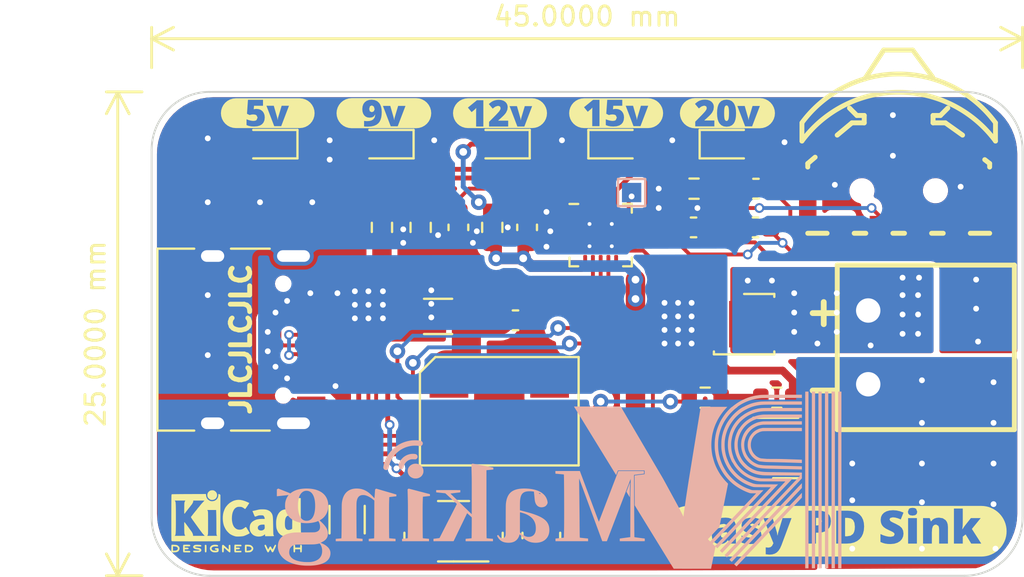
<source format=kicad_pcb>
(kicad_pcb (version 20221018) (generator pcbnew)
  (title_block (title "Easy PD Sink") (rev "v2.0"))
  (layers (0 "F.Cu" signal) (31 "B.Cu" signal) (34 "B.Paste" user) (35 "F.Paste" user) (36 "B.SilkS" user "B.Silkscreen") (37 "F.SilkS" user "F.Silkscreen") (38 "B.Mask" user) (39 "F.Mask" user) (44 "Edge.Cuts" user))
  (net 0 "")
  (net 1 "GND")
  (net 2 "+3V3")
  (net 3 "Net-(U2-VDD)")
  (net 4 "VBUS")
  (net 5 "/vbus_monitor")
  (net 6 "/CC1")
  (net 7 "/UP_D+")
  (net 8 "/UP_D-")
  (net 10 "/CC2")
  (net 12 "Net-(Q1-C)")
  (net 13 "Net-(Q1-B)")
  (net 14 "/led_5v")
  (net 15 "/led_9v")
  (net 16 "/led_12v")
  (net 17 "/led_15v")
  (net 18 "/led_20v")
  (net 19 "/vbus_out_control")
  (net 20 "Net-(U2-VBUS)")
  (net 21 "Net-(U1-PD1)")
  (net 25 "/CFG1")
  (net 26 "/CFG2")
  (net 27 "/CFG3")
  (net 29 "Net-(D1-A)")
  (net 30 "/button_left")
  (net 31 "/button_down")
  (net 32 "/button_right")
  (net 37 "Net-(C1-Pad1)")
  (net 38 "Net-(J2-Pin_2)")
  (footprint "LED_SMD:LED_0603_1608Metric" (layer "F.Cu") (at 148.8 53.7)
    (fp_text reference "D5" hide)
    (fp_text value "LED_Small" hide)
  )
  (footprint "Resistor_SMD:R_1206_3216Metric" (layer "F.Cu") (at 133.8 62.6)
    (fp_text reference "R3" hide)
    (fp_text value "1K" hide)
  )
  (footprint "Resistor_SMD:R_0603_1608Metric" (layer "F.Cu") (at 147.025 56 180)
    (fp_text reference "R2" hide)
    (fp_text value "1K")
  )
  (footprint "Capacitor_SMD:C_0603_1608Metric" (layer "F.Cu") (at 131.55 73.92 90)
    (fp_text reference "C8" hide)
    (fp_text value "0.1uF" hide)
  )
  (footprint "Package_DFN_QFN:QFN-20-1EP_3x3mm_P0.4mm_EP1.65x1.65mm_ThermalVias" (layer "F.Cu") (at 142.2 58.4)
    (fp_text reference "U1" hide)
    (fp_text value "CH32V003F4U6" hide)
  )
  (footprint "kibuzzard-6407FF53" (layer "F.Cu") (at 143 52.1)
    (fp_text reference "kibuzzard-6407FF53" hide)
    (fp_text value "G***" hide)
  )
  (footprint "Resistor_SMD:R_0603_1608Metric" (layer "F.Cu") (at 147.6 70.35)
    (fp_text reference "R4" hide)
    (fp_text value "10K" hide)
  )
  (footprint "Package_TO_SOT_SMD:SOT-23-3" (layer "F.Cu") (at 134.6 73.7 180)
    (fp_text reference "U3" hide)
    (fp_text value "ME6239A33M3G" hide)
  )
  (footprint "kibuzzard-6407FF73" (layer "F.Cu") (at 137 52.1)
    (fp_text reference "kibuzzard-6407FF73" hide)
    (fp_text value "G***" hide)
  )
  (footprint "Capacitor_SMD:C_0603_1608Metric" (layer "F.Cu") (at 137.65 73.92 90)
    (fp_text reference "C9" hide)
    (fp_text value "10uF" hide)
  )
  (footprint "Capacitor_SMD:C_0603_1608Metric" (layer "F.Cu") (at 150.2 58)
    (fp_text reference "C3" hide)
    (fp_text value "0.1uF")
  )
  (footprint "LED_SMD:LED_0603_1608Metric" (layer "F.Cu") (at 137.05 53.7 180)
    (fp_text reference "D3" hide)
    (fp_text value "LED_Small" hide)
  )
  (footprint "tyk_common:CONN-TH_2P-P3.81_WJ15EDGRC-3.81-2P" (layer "F.Cu") (at 156.025 64.2 90)
    (fp_text reference "J2" hide)
    (fp_text value "VBUS_OUT" hide)
  )
  (footprint "LED_SMD:LED_0603_1608Metric" (layer "F.Cu") (at 125.05 53.7 180)
    (fp_text reference "D1" hide)
    (fp_text value "LED_Small" hide)
  )
  (footprint "Capacitor_SMD:C_0603_1608Metric" (layer "F.Cu") (at 147 58 180)
    (fp_text reference "C4" hide)
    (fp_text value "0.1uF")
  )
  (footprint "Capacitor_SMD:C_0603_1608Metric" (layer "F.Cu") (at 134.85 58 -90)
    (fp_text reference "C7" hide)
    (fp_text value "0.1uF" hide)
  )
  (footprint "Capacitor_SMD:C_1206_3216Metric" (layer "F.Cu") (at 129.1 73.1 90)
    (fp_text reference "C6" hide)
    (fp_text value "10uF/20v" hide)
  )
  (footprint "Resistor_SMD:R_0603_1608Metric" (layer "F.Cu") (at 151.3 66.8)
    (fp_text reference "R7" hide)
    (fp_text value "100K" hide)
  )
  (footprint "kibuzzard-6407FFAF" (layer "F.Cu") (at 125 52.1)
    (fp_text reference "kibuzzard-6407FFAF" hide)
    (fp_text value "G***" hide)
  )
  (footprint "kibuzzard-6407FFB6" (layer "F.Cu") (at 131 52.1)
    (fp_text reference "kibuzzard-6407FFB6" hide)
    (fp_text value "G***" hide)
  )
  (footprint "Package_TO_SOT_SMD:SOT-23" (layer "F.Cu") (at 151.7625 69.4)
    (fp_text reference "Q1" hide)
    (fp_text value "NPN" hide)
  )
  (footprint "Connector_USB:USB_C_Receptacle_HRO_TYPE-C-31-M-12" (layer "F.Cu") (at 123.2 63.8 -90)
    (fp_text reference "J1" hide)
    (fp_text value "USB_C_Receptacle_USB2.0" hide)
  )
  (footprint "Package_DFN_QFN:DFN-8-1EP_3x3mm_P0.65mm_EP1.55x2.4mm" (layer "F.Cu") (at 149.6125 63)
    (fp_text reference "Q2" hide)
    (fp_text value "PMOS" hide)
  )
  (footprint "Resistor_SMD:R_0603_1608Metric" (layer "F.Cu") (at 130.9 58 -90)
    (fp_text reference "R8" hide)
    (fp_text value "510K" hide)
  )
  (footprint "kibuzzard-64093D5E" (layer "F.Cu") (at 154.3 73.7)
    (fp_text reference "kibuzzard-64093D5E" hide)
    (fp_text value "G***" hide)
  )
  (footprint "Resistor_SMD:R_0603_1608Metric" (layer "F.Cu") (at 136.6 58 90)
    (fp_text reference "R1" hide)
    (fp_text value "1K" hide)
  )
  (footprint "LED_SMD:LED_0603_1608Metric" (layer "F.Cu") (at 143.05 53.7)
    (fp_text reference "D4" hide)
    (fp_text value "LED_Small" hide)
  )
  (footprint "Capacitor_SMD:C_0603_1608Metric" (layer "F.Cu") (at 137.8 62.8)
    (fp_text reference "C5" hide)
    (fp_text value "1uF" hide)
  )
  (footprint "LOGO" (layer "F.Cu") (at 123.4 73.2)
    (fp_text reference "G***" hide)
    (fp_text value "LOGO" hide)
  )
  (footprint "Resistor_SMD:R_0603_1608Metric" (layer "F.Cu") (at 147.6 66.8)
    (fp_text reference "R6" hide)
    (fp_text value "10K" hide)
  )
  (footprint "kibuzzard-6407FF5B" (layer "F.Cu") (at 148.75 52.1)
    (fp_text reference "kibuzzard-6407FF5B" hide)
    (fp_text value "G***" hide)
  )
  (footprint "tyk_common:SW-SMD_TM-2023-1" (layer "F.Cu") (at 157.6 56.0255)
    (fp_text reference "SW1" hide)
    (fp_text value "拨轮开关")
  )
  (footprint "LED_SMD:LED_0603_1608Metric" (layer "F.Cu") (at 131.05 53.7 180)
    (fp_text reference "D2" hide)
    (fp_text value "LED_Small" hide)
  )
  (footprint "Capacitor_SMD:C_0603_1608Metric" (layer "F.Cu") (at 150.225 56)
    (fp_text reference "C1" hide)
    (fp_text value "0.1uF")
  )
  (footprint "Resistor_SMD:R_0603_1608Metric" (layer "F.Cu") (at 132.9 58 90)
    (fp_text reference "R9" hide)
    (fp_text value "100K" hide)
  )
  (footprint "Capacitor_SMD:C_0603_1608Metric" (layer "F.Cu") (at 139.6 73.92 90)
    (fp_text reference "C10" hide)
    (fp_text value "0.1uF" hide)
  )
  (footprint "Capacitor_SMD:C_0603_1608Metric" (layer "F.Cu") (at 138.4 58 -90)
    (fp_text reference "C2" hide)
    (fp_text value "0.1uF" hide)
  )
  (footprint "tyk_common:ESSOP-10" (layer "F.Cu") (at 137.0625 67.5)
    (fp_text reference "U2" hide)
    (fp_text value "CH224K" hide)
  )
  (footprint "Resistor_SMD:R_0603_1608Metric" (layer "F.Cu") (at 147.6 68.55)
    (fp_text reference "R5" hide)
    (fp_text value "100K" hide)
  )
  (footprint "LOGO" (layer "B.Cu") (at 140.1 71.6 180)
    (fp_text reference "G***" hide)
    (fp_text value "LOGO" hide)
  )
  (footprint "TestPoint:TestPoint_Pad_1.0x1.0mm" (layer "B.Cu") (at 143.8 56.2 180)
    (fp_text reference "TP1" hide)
    (fp_text value "TestPoint" hide)
  )
  (gr_line (start 164 54) (end 164 73) (stroke (width 0.1)) (layer "Edge.Cuts"))
  (gr_arc (start 161 51) (mid 163.12132 51.87868) (end 164 54) (stroke (width 0.1)) (layer "Edge.Cuts"))
  (gr_line (start 119 73) (end 119 54) (stroke (width 0.1)) (layer "Edge.Cuts"))
  (gr_arc (start 164 73) (mid 163.12132 75.12132) (end 161 76) (stroke (width 0.1)) (layer "Edge.Cuts"))
  (gr_arc (start 119 54) (mid 119.87868 51.87868) (end 122 51) (stroke (width 0.1)) (layer "Edge.Cuts"))
  (gr_line (start 122 51) (end 161 51) (stroke (width 0.1)) (layer "Edge.Cuts"))
  (gr_line (start 161 76) (end 122 76) (stroke (width 0.1)) (layer "Edge.Cuts"))
  (gr_arc (start 122 76) (mid 119.87868 75.12132) (end 119 73) (stroke (width 0.1)) (layer "Edge.Cuts"))
  (gr_text "JLCJLCJLC" (at 124.2 67.8 90) (layer "F.SilkS") (effects (font (size 1 1) (thickness 0.25) bold) (justify left bottom)))
  (gr_text "-\n" (at 152.6 67.2) (layer "F.SilkS") (effects (font (size 1.5 1.5) (thickness 0.3) bold) (justify left bottom)))
  (gr_text "+" (at 152.6 63.2) (layer "F.SilkS") (effects (font (size 1.5 1.5) (thickness 0.3) bold) (justify left bottom)))
  (dimension (type aligned) (layer "F.SilkS") (pts (xy 119 50.25) (xy 164 50.25)) (height -2) (gr_text "45.0000 mm" (at 141.5 47.1) (layer "F.SilkS") (effects (font (size 1 1) (thickness 0.15)))) (format (prefix "") (suffix "") (units 3) (units_format 1) (precision 4)) (style (thickness 0.15) (arrow_length 1.27) (text_position_mode 0) (extension_height 0.58642) (extension_offset 0.5) keep_text_aligned))
  (dimension (type aligned) (layer "F.SilkS") (pts (xy 119 76) (xy 119 51)) (height -1.75) (gr_text "25.0000 mm" (at 116.1 63.5 90) (layer "F.SilkS") (effects (font (size 1 1) (thickness 0.15)))) (format (prefix "") (suffix "") (units 3) (units_format 1) (precision 4)) (style (thickness 0.15) (arrow_length 1.27) (text_position_mode 0) (extension_height 0.58642) (extension_offset 0.5) keep_text_aligned))
  (segment (start 138.6 61.8) (end 137.6 60.8) (width 1) (layer "F.Cu") (net 1))
  (segment (start 134.85 58.775) (end 134.175 58.775) (width 1) (layer "F.Cu") (net 1))
  (segment (start 139.8 58.8) (end 140.75 58.8) (width 0.3) (layer "F.Cu") (net 1))
  (segment (start 138.4 57.225) (end 138.4 57.4) (width 0.25) (layer "F.Cu") (net 1))
  (segment (start 139.395 74.9) (end 139.6 74.695) (width 1) (layer "F.Cu") (net 1))
  (segment (start 127.245 67.3) (end 126.33 68.215) (width 1) (layer "F.Cu") (net 1))
  (segment (start 126.33 68.12) (end 126.33 73.63) (width 1) (layer "F.Cu") (net 1))
  (segment (start 135.8 60.8) (end 134.85 59.85) (width 1) (layer "F.Cu") (net 1))
  (segment (start 122.15 68.12) (end 126.33 68.12) (width 1) (layer "F.Cu") (net 1))
  (segment (start 150 69.4) (end 149.15 68.55) (width 0.4) (layer "F.Cu") (net 1))
  (segment (start 152.7 69.4) (end 150 69.4) (width 0.4) (layer "F.Cu") (net 1))
  (segment (start 132.95 58.775) (end 132.9 58.825) (width 1) (layer "F.Cu") (net 1))
  (segment (start 138.4 57.4) (end 139.2 58.2) (width 0.3) (layer "F.Cu") (net 1))
  (segment (start 133.425 58.775) (end 132.95 58.775) (width 1) (layer "F.Cu") (net 1))
  (segment (start 138.6 63.6) (end 138.6 61.8) (width 1) (layer "F.Cu") (net 1))
  (segment (start 141.45 58.8) (end 141.625 58.975) (width 0.3) (layer "F.Cu") (net 1))
  (segment (start 140.75 58.8) (end 141.45 58.8) (width 0.3) (layer "F.Cu") (net 1))
  (segment (start 127.6 74.9) (end 139.395 74.9) (width 1) (layer "F.Cu") (net 1))
  (segment (start 134.85 59.85) (end 134.85 58.775) (width 1) (layer "F.Cu") (net 1))
  (segment (start 122.15 59.48) (end 126.33 59.48) (width 1) (layer "F.Cu") (net 1))
  (segment (start 137.0625 67.5) (end 137.0625 65.1375) (width 1) (layer "F.Cu") (net 1))
  (segment (start 149.15 68.55) (end 148.425 68.55) (width 0.4) (layer "F.Cu") (net 1))
  (segment (start 139.48 74.575) (end 139.6 74.695) (width 0.25) (layer "F.Cu") (net 1))
  (segment (start 127.245 60.55) (end 127.245 60.395) (width 0.2) (layer "F.Cu") (net 1))
  (segment (start 127.245 60.395) (end 126.33 59.48) (width 1) (layer "F.Cu") (net 1))
  (segment (start 134.175 58.775) (end 133.8 58.4) (width 1) (layer "F.Cu") (net 1))
  (segment (start 137.6 60.8) (end 135.8 60.8) (width 1) (layer "F.Cu") (net 1))
  (segment (start 137.0625 65.1375) (end 138.6 63.6) (width 1) (layer "F.Cu") (net 1))
  (segment (start 133.8 58.4) (end 133.425 58.775) (width 1) (layer "F.Cu") (net 1))
  (segment (start 126.33 73.63) (end 127.6 74.9) (width 1) (layer "F.Cu") (net 1))
  (via (at 158.8 65.9) (size 0.5) (drill 0.3) (layers "F.Cu" "B.Cu") (net 1))
  (via (at 145.9 53.5) (size 0.5) (drill 0.3) (layers "F.Cu" "B.Cu") (net 1))
  (via (at 162.5 70.2) (size 0.5) (drill 0.3) (layers "F.Cu" "B.Cu") (net 1))
  (via (at 127.3 56.7) (size 0.5) (drill 0.3) (layers "F.Cu" "B.Cu") (net 1))
  (via (at 135.8 58.2) (size 0.5) (drill 0.3) (layers "F.Cu" "B.Cu") (net 1))
  (via (at 161.6 62.2) (size 0.5) (drill 0.3) (layers "F.Cu" "B.Cu") (net 1))
  (via (at 155.2 74.6) (size 0.5) (drill 0.3) (layers "F.Cu" "B.Cu") (net 1))
  (via (at 139.4 57.2) (size 0.5) (drill 0.3) (layers "F.Cu" "B.Cu") (net 1))
  (via (at 132 58.1) (size 0.5) (drill 0.3) (layers "F.Cu" "B.Cu") (net 1))
  (via (at 145.2 56) (size 0.5) (drill 0.3) (layers "F.Cu" "B.Cu") (net 1))
  (via (at 155.2 72.1) (size 0.5) (drill 0.3) (layers "F.Cu" "B.Cu") (net 1))
  (via (at 132 58.8) (size 0.5) (drill 0.3) (layers "F.Cu" "B.Cu") (net 1))
  (via (at 135.6 58.8) (size 0.5) (drill 0.3) (layers "F.Cu" "B.Cu") (net 1))
  (via (at 140.2 53.5) (size 0.5) (drill 0.3) (layers "F.Cu" "B.Cu") (net 1))
  (via (at 158.8 74.6) (size 0.5) (drill 0.3) (layers "F.Cu" "B.Cu") (net 1))
  (via (at 121.9 53.4) (size 0.5) (drill 0.3) (layers "F.Cu" "B.Cu") (net 1))
  (via (at 161.6 60.7) (size 0.5) (drill 0.3) (layers "F.Cu" "B.Cu") (net 1))
  (via (at 151.7 53.6) (size 0.5) (drill 0.3) (layers "F.Cu" "B.Cu") (net 1))
  (via (at 128.2 54.5) (size 0.5) (drill 0.3) (layers "F.Cu" "B.Cu") (net 1))
  (via (at 162.5 66) (size 0.5) (drill 0.3) (layers "F.Cu" "B.Cu") (net 1))
  (via (at 124.6 56.7) (size 0.5) (drill 0.3) (layers "F.Cu" "B.Cu") (net 1))
  (via (at 139.4 59) (size 0.5) (drill 0.3) (layers "F.Cu" "B.Cu") (net 1))
  (via (at 162.6 74.6) (size 0.5) (drill 0.3) (layers "F.Cu" "B.Cu") (net 1))
  (via (at 157.3 52.2) (size 0.5) (drill 0.3) (layers "F.Cu" "B.Cu") (net 1))
  (via (at 158.8 70.2) (size 0.5) (drill 0.3) (layers "F.Cu" "B.Cu") (net 1))
  (via (at 121.9 64.6) (size 0.5) (drill 0.3) (layers "F.Cu" "B.Cu") (net 1))
  (via (at 162.5 72.3) (size 0.5) (drill 0.3) (layers "F.Cu" "B.Cu") (net 1))
  (via (at 145.2 57) (size 0.5) (drill 0.3) (layers "F.Cu" "B.Cu") (net 1))
  (via (at 121.9 61.5) (size 0.5) (drill 0.3) (layers "F.Cu" "B.Cu") (net 1))
  (via (at 158.8 68.1) (size 0.5) (drill 0.3) (layers "F.Cu" "B.Cu") (net 1))
  (via (at 160.8 55.9) (size 0.5) (drill 0.3) (layers "F.Cu" "B.Cu") (net 1))
  (via (at 162.5 68.1) (size 0.5) (drill 0.3) (layers "F.Cu" "B.Cu") (net 1))
  (via (at 133.6 53.5) (size 0.5) (drill 0.3) (layers "F.Cu" "B.Cu") (net 1))
  (via (at 161.7 63.9) (size 0.5) (drill 0.3) (layers "F.Cu" "B.Cu") (net 1))
  (via (at 137.4 58) (size 0.5) (drill 0.3) (layers "F.Cu" "B.Cu") (net 1))
  (via (at 147.2 57) (size 0.5) (drill 0.3) (layers "F.Cu" "B.Cu") (net 1))
  (via (at 155.2 70.2) (size 0.5) (drill 0.3) (layers "F.Cu" "B.Cu") (net 1))
  (via (at 121.9 56.7) (size 0.5) (drill 0.3) (layers "F.Cu" "B.Cu") (net 1))
  (via (at 158.8 72.2) (size 0.5) (drill 0.3) (layers "F.Cu" "B.Cu") (net 1))
  (via (at 139.6 58.2) (size 0.5) (drill 0.3) (layers "F.Cu" "B.Cu") (net 1))
  (via (at 157.3 54.3) (size 0.5) (drill 0.3) (layers "F.Cu" "B.Cu") (net 1))
  (via (at 154.3 55.8) (size 0.5) (drill 0.3) (layers "F.Cu" "B.Cu") (net 1))
  (via (at 128.2 53.5) (size 0.5) (drill 0.3) (layers "F.Cu" "B.Cu") (net 1))
  (via (at 133.8 58.4) (size 0.5) (drill 0.3) (layers "F.Cu" "B.Cu") (net 1))
  (segment (start 139.6 73.145) (end 142.655 73.145) (width 1) (layer "F.Cu") (net 2))
  (segment (start 138.6 60) (end 141.2 60) (width 0.6) (layer "F.Cu") (net 2))
  (segment (start 138.2 59.6) (end 138.6 60) (width 0.6) (layer "F.Cu") (net 2))
  (segment (start 136.8 59.6) (end 136.8 59.025) (width 0.6) (layer "F.Cu") (net 2))
  (segment (start 136.8 59.025) (end 136.6 58.825) (width 0.6) (layer "F.Cu") (net 2))
  (segment (start 138.2 58.975) (end 138.4 58.775) (width 0.6) (layer "F.Cu") (net 2))
  (segment (start 135.7375 72.75) (end 136.1325 73.145) (width 1) (layer "F.Cu") (net 2))
  (segment (start 142.655 73.145) (end 144 71.8) (width 1) (layer "F.Cu") (net 2))
  (segment (start 138.2 59.6) (end 136.8 59.6) (width 0.6) (layer "F.Cu") (net 2))
  (segment (start 144 71.8) (end 144 60.7) (width 1) (layer "F.Cu") (net 2))
  (segment (start 138.2 59.6) (end 138.2 58.975) (width 0.6) (layer "F.Cu") (net 2))
  (segment (start 136.1325 73.145) (end 139.6 73.145) (width 1) (layer "F.Cu") (net 2))
  (via (at 138.2 59.6) (size 0.8) (drill 0.4) (layers "F.Cu" "B.Cu") (net 2))
  (via (at 144 60.7) (size 0.8) (drill 0.4) (layers "F.Cu" "B.Cu") (net 2))
  (via (at 136.8 59.6) (size 0.8) (drill 0.4) (layers "F.Cu" "B.Cu") (net 2))
  (via (at 144 61.7) (size 0.8) (drill 0.4) (layers "F.Cu" "B.Cu") (net 2))
  (segment (start 138.6 60) (end 143.6 60) (width 0.6) (layer "B.Cu") (net 2))
  (segment (start 136.8 59.6) (end 138.2 59.6) (width 0.6) (layer "B.Cu") (net 2))
  (segment (start 138.2 59.6) (end 138.6 60) (width 0.6) (layer "B.Cu") (net 2))
  (segment (start 144 60.7) (end 144 61.7) (width 0.6) (layer "B.Cu") (net 2))
  (segment (start 143.6 60) (end 144 60.4) (width 0.6) (layer "B.Cu") (net 2))
  (segment (start 144 60.4) (end 144 60.7) (width 0.6) (layer "B.Cu") (net 2))
  (segment (start 135 65.1) (end 135.2625 64.8375) (width 1.5) (layer "F.Cu") (net 3))
  (segment (start 134.2 65.1) (end 135 65.1) (width 1.5) (layer "F.Cu") (net 3))
  (segment (start 135.2625 64.8375) (end 135.2625 62.6) (width 1.5) (layer "F.Cu") (net 3))
  (segment (start 135.41875 62.8) (end 136.98125 62.8) (width 1.5) (layer "F.Cu") (net 3))
  (segment (start 132.3 61.9375) (end 132.2375 62) (width 0.2) (layer "F.Cu") (net 4))
  (segment (start 126.45 61.35) (end 125 62.8) (width 0.6) (layer "F.Cu") (net 4))
  (segment (start 146.2 64.575) (end 148.425 66.8) (width 0.4) (layer "F.Cu") (net 4))
  (segment (start 126.45 66.25) (end 127.245 66.25) (width 0.5) (layer "F.Cu") (net 4))
  (segment (start 128.9 72.4) (end 129.645 73.145) (width 0.8) (layer "F.Cu") (net 4))
  (segment (start 132.9075 73.145) (end 133.4625 73.7) (width 0.8) (layer "F.Cu") (net 4))
  (segment (start 148.425 66.8) (end 150.475 66.8) (width 0.4) (layer "F.Cu") (net 4))
  (segment (start 127.245 61.35) (end 126.45 61.35) (width 0.5) (layer "F.Cu") (net 4))
  (segment (start 129.645 73.145) (end 131.55 73.145) (width 0.8) (layer "F.Cu") (net 4))
  (segment (start 125 62.8) (end 125 64.8) (width 0.6) (layer "F.Cu") (net 4))
  (segment (start 127.245 66.25) (end 128.45 66.25) (width 0.65) (layer "F.Cu") (net 4))
  (segment (start 146.2 63.3) (end 146.2 64.575) (width 0.4) (layer "F.Cu") (net 4))
  (segment (start 130.9 58.825) (end 130.9 61.3) (width 1) (layer "F.Cu") (net 4))
  (segment (start 128.9 66.7) (end 128.9 72.4) (width 0.8) (layer "F.Cu") (net 4))
  (segment (start 125.4 65.2) (end 126.45 66.25) (width 0.5) (layer "F.Cu") (net 4))
  (segment (start 131.55 73.145) (end 132.9075 73.145) (width 0.8) (layer "F.Cu") (net 4))
  (segment (start 125 64.8) (end 126.07 65.87) (width 0.6) (layer "F.Cu") (net 4))
  (segment (start 128.45 66.25) (end 128.9 66.7) (width 0.8) (layer "F.Cu") (net 4))
  (via (at 146.9 63.3) (size 0.5) (drill 0.3) (layers "F.Cu" "B.Cu") (net 4))
  (via (at 125.4 62.4) (size 0.5) (drill 0.3) (layers "F.Cu" "B.Cu") (net 4))
  (via (at 146.9 64) (size 0.5) (drill 0.3) (layers "F.Cu" "B.Cu") (net 4))
  (via (at 129.5 62) (size 0.5) (drill 0.3) (layers "F.Cu" "B.Cu") (net 4))
  (via (at 146.9 62.6) (size 0.5) (drill 0.3) (layers "F.Cu" "B.Cu") (net 4))
  (via (at 125.4 65.2) (size 0.5) (drill 0.3) (layers "F.Cu" "B.Cu") (net 4))
  (via (at 145.5 63.3) (size 0.5) (drill 0.3) (layers "F.Cu" "B.Cu") (net 4))
  (via (at 130.2 62) (size 0.5) (drill 0.3) (layers "F.Cu" "B.Cu") (net 4))
  (via (at 146.2 63.3) (size 0.5) (drill 0.3) (layers "F.Cu" "B.Cu") (net 4))
  (via (at 146.2 64) (size 0.5) (drill 0.3) (layers "F.Cu" "B.Cu") (net 4))
  (via (at 126 65.8) (size 0.5) (drill 0.3) (layers "F.Cu" "B.Cu") (net 4))
  (via (at 145.5 61.9) (size 0.5) (drill 0.3) (layers "F.Cu" "B.Cu") (net 4))
  (via (at 130.2 61.3) (size 0.5) (drill 0.3) (layers "F.Cu" "B.Cu") (net 4))
  (via (at 126 61.8) (size 0.5) (drill 0.3) (layers "F.Cu" "B.Cu") (net 4))
  (via (at 145.5 64) (size 0.5) (drill 0.3) (layers "F.Cu" "B.Cu") (net 4))
  (via (at 125 63.4) (size 0.5) (drill 0.3) (layers "F.Cu" "B.Cu") (net 4))
  (via (at 133.45 62.65) (size 0.5) (drill 0.3) (layers "F.Cu" "B.Cu") (net 4))
  (via (at 128.6 61.4) (size 0.5) (drill 0.3) (layers "F.Cu" "B.Cu") (net 4))
  (via (at 146.9 61.9) (size 0.5) (drill 0.3) (layers "F.Cu" "B.Cu") (net 4))
  (via (at 130.95 61.3) (size 0.5) (drill 0.3) (layers "F.Cu" "B.Cu") (net 4))
  (via (at 130.95 62) (size 0.5) (drill 0.3) (layers "F.Cu" "B.Cu") (net 4))
  (via (at 146.2 62.6) (size 0.5) (drill 0.3) (layers "F.Cu" "B.Cu") (net 4))
  (via (at 130.2 62.7) (size 0.5) (drill 0.3) (layers "F.Cu" "B.Cu") (net 4))
  (via (at 125 64.4) (size 0.5) (drill 0.3) (layers "F.Cu" "B.Cu") (net 4))
  (via (at 145.5 62.6) (size 0.5) (drill 0.3) (layers "F.Cu" "B.Cu") (net 4))
  (via (at 130.95 62.7) (size 0.5) (drill 0.3) (layers "F.Cu" "B.Cu") (net 4))
  (via (at 133.45 61.25) (size 0.5) (drill 0.3) (layers "F.Cu" "B.Cu") (net 4))
  (via (at 127.2 61.4) (size 0.5) (drill 0.3) (layers "F.Cu" "B.Cu") (net 4))
  (via (at 128.5 66.2) (size 0.5) (drill 0.3) (layers "F.Cu" "B.Cu") (net 4))
  (via (at 129.5 62.7) (size 0.5) (drill 0.3) (layers "F.Cu" "B.Cu") (net 4))
  (via (at 129.5 61.3) (size 0.5) (drill 0.3) (layers "F.Cu" "B.Cu") (net 4))
  (via (at 146.2 61.9) (size 0.5) (drill 0.3) (layers "F.Cu" "B.Cu") (net 4))
  (via (at 133.45 61.95) (size 0.5) (drill 0.3) (layers "F.Cu" "B.Cu") (net 4))
  (segment (start 126.4 66.2) (end 128.6 66.2) (width 0.6) (layer "B.Cu") (net 4))
  (segment (start 125 64.8) (end 126.4 66.2) (width 0.6) (layer "B.Cu") (net 4))
  (segment (start 128.6 61.4) (end 126.4 61.4) (width 0.6) (layer "B.Cu") (net 4))
  (segment (start 126.4 61.4) (end 125 62.8) (width 0.6) (layer "B.Cu") (net 4))
  (segment (start 125 62.8) (end 125 64.8) (width 0.6) (layer "B.Cu") (net 4))
  (segment (start 140 56.8) (end 139.2 56) (width 0.2) (layer "F.Cu") (net 5))
  (segment (start 130.95 57.225) (end 130.9 57.175) (width 0.2) (layer "F.Cu") (net 5))
  (segment (start 140 57.8) (end 140 56.8) (width 0.2) (layer "F.Cu") (net 5))
  (segment (start 135.4 56) (end 134.85 56.55) (width 0.2) (layer "F.Cu") (net 5))
  (segment (start 139.2 56) (end 135.4 56) (width 0.2) (layer "F.Cu") (net 5))
  (segment (start 134.85 57.225) (end 130.95 57.225) (width 0.2) (layer "F.Cu") (net 5))
  (segment (start 140.75 58) (end 140.2 58) (width 0.2) (layer "F.Cu") (net 5))
  (segment (start 134.85 56.55) (end 134.85 57.225) (width 0.2) (layer "F.Cu") (net 5))
  (segment (start 140.2 58) (end 140 57.8) (width 0.2) (layer "F.Cu") (net 5))
  (segment (start 140.9 70.8) (end 141.3 70.4) (width 0.25) (layer "F.Cu") (net 6))
  (segment (start 131.3 68.2) (end 131.2 68.1) (width 0.25) (layer "F.Cu") (net 6))
  (segment (start 131.2 68.1) (end 131.2 65.5) (width 0.25) (layer "F.Cu") (net 6))
  (segment (start 132 70.8) (end 140.9 70.8) (width 0.25) (layer "F.Cu") (net 6))
  (segment (start 131.2 65.5) (end 128.25 62.55) (width 0.25) (layer "F.Cu") (net 6))
  (segment (start 128.25 62.55) (end 127.245 62.55) (width 0.25) (layer "F.Cu") (net 6))
  (segment (start 141.3 68.7) (end 141.1 68.5) (width 0.25) (layer "F.Cu") (net 6))
  (segment (start 131.65 70.45) (end 132 70.8) (width 0.25) (layer "F.Cu") (net 6))
  (segment (start 141.1 68.5) (end 139.5625 68.5) (width 0.25) (layer "F.Cu") (net 6))
  (segment (start 141.3 70.4) (end 141.3 68.7) (width 0.25) (layer "F.Cu") (net 6))
  (via (at 131.3 68.2) (size 0.5) (drill 0.3) (layers "F.Cu" "B.Cu") (net 6))
  (via (at 131.65 70.45) (size 0.5) (drill 0.3) (layers "F.Cu" "B.Cu") (net 6))
  (segment (start 131.65 70.45) (end 131.3 70.1) (width 0.25) (layer "B.Cu") (net 6))
  (segment (start 131.3 70.1) (end 131.3 68.2) (width 0.25) (layer "B.Cu") (net 6))
  (segment (start 127.845 63.575) (end 128.3932 63.575) (width 0.2) (layer "F.Cu") (net 7))
  (segment (start 130.6 65.7818) (end 130.6 68.3818) (width 0.2) (layer "F.Cu") (net 7))
  (segment (start 127.245 63.55) (end 127.82 63.55) (width 0.2) (layer "F.Cu") (net 7))
  (segment (start 130.6 68.3818) (end 130.9932 68.775) (width 0.2) (layer "F.Cu") (net 7))
  (segment (start 127.245 63.55) (end 126.1 63.55) (width 0.2) (layer "F.Cu") (net 7))
  (segment (start 128.3932 63.575) (end 130.6 65.7818) (width 0.2) (layer "F.Cu") (net 7))
  (segment (start 126.15 64.55) (end 127.245 64.55) (width 0.2) (layer "F.Cu") (net 7))
  (segment (start 132.862499 68.5) (end 134.3625 68.5) (width 0.2) (layer "F.Cu") (net 7))
  (segment (start 132.587499 68.775) (end 132.862499 68.5) (width 0.2) (layer "F.Cu") (net 7))
  (segment (start 130.9932 68.775) (end 132.587499 68.775) (width 0.2) (layer "F.Cu") (net 7))
  (segment (start 127.82 63.55) (end 127.845 63.575) (width 0.2) (layer "F.Cu") (net 7))
  (segment (start 126.1 64.6) (end 126.15 64.55) (width 0.2) (layer "F.Cu") (net 7))
  (via (at 126.1 64.6) (size 0.5) (drill 0.3) (layers "F.Cu" "B.Cu") (net 7))
  (via (at 126.1 63.55) (size 0.5) (drill 0.3) (layers "F.Cu" "B.Cu") (net 7))
  (segment (start 126.1 64.6) (end 126.1 63.55) (width 0.2) (layer "B.Cu") (net 7))
  (segment (start 125.7995 63.0005) (end 125.6 63.2) (width 0.2) (layer "F.Cu") (net 8))
  (segment (start 127.845 64.025) (end 128.2068 64.025) (width 0.2) (layer "F.Cu") (net 8))
  (segment (start 125.6 63.9) (end 125.7995 64.0995) (width 0.2) (layer "F.Cu") (net 8))
  (segment (start 125.6 63.2) (end 125.6 63.9) (width 0.2) (layer "F.Cu") (net 8))
  (segment (start 127.1955 64.0995) (end 127.245 64.05) (width 0.2) (layer "F.Cu") (net 8))
  (segment (start 127.245 63.05) (end 127.1955 63.0005) (width 0.2) (layer "F.Cu") (net 8))
  (segment (start 128.2068 64.025) (end 130.2 66.0182) (width 0.2) (layer "F.Cu") (net 8))
  (segment (start 127.82 64.05) (end 127.845 64.025) (width 0.2) (layer "F.Cu") (net 8))
  (segment (start 125.7995 64.0995) (end 127.1955 64.0995) (width 0.2) (layer "F.Cu") (net 8))
  (segment (start 130.8068 69.225) (end 132.587499 69.225) (width 0.2) (layer "F.Cu") (net 8))
  (segment (start 132.587499 69.225) (end 132.862499 69.5) (width 0.2) (layer "F.Cu") (net 8))
  (segment (start 127.1955 63.0005) (end 125.7995 63.0005) (width 0.2) (layer "F.Cu") (net 8))
  (segment (start 127.245 64.05) (end 127.82 64.05) (width 0.2) (layer "F.Cu") (net 8))
  (segment (start 130.2 66.0182) (end 130.2 68.6182) (width 0.2) (layer "F.Cu") (net 8))
  (segment (start 132.862499 69.5) (end 134.3625 69.5) (width 0.2) (layer "F.Cu") (net 8))
  (segment (start 130.2 68.6182) (end 130.8068 69.225) (width 0.2) (layer "F.Cu") (net 8))
  (segment (start 129.7 68.9) (end 129.7 66.3) (width 0.25) (layer "F.Cu") (net 10))
  (segment (start 128.95 65.55) (end 127.245 65.55) (width 0.25) (layer "F.Cu") (net 10))
  (segment (start 139.5625 69.5) (end 138.8625 70.2) (width 0.25) (layer "F.Cu") (net 10))
  (segment (start 130.5 69.7) (end 129.7 68.9) (width 0.25) (layer "F.Cu") (net 10))
  (segment (start 132.1 69.7) (end 130.5 69.7) (width 0.25) (layer "F.Cu") (net 10))
  (segment (start 138.8625 70.2) (end 132.6 70.2) (width 0.25) (layer "F.Cu") (net 10))
  (segment (start 129.7 66.3) (end 128.95 65.55) (width 0.25) (layer "F.Cu") (net 10))
  (segment (start 132.6 70.2) (end 132.1 69.7) (width 0.25) (layer "F.Cu") (net 10))
  (segment (start 152.125 67.875) (end 152.125 66.8) (width 0.4) (layer "F.Cu") (net 12))
  (segment (start 151.55 68.45) (end 152.125 67.875) (width 0.4) (layer "F.Cu") (net 12))
  (segment (start 150.825 68.45) (end 151.55 68.45) (width 0.4) (layer "F.Cu") (net 12))
  (segment (start 152.125 65.925) (end 152.125 66.8) (width 0.4) (layer "F.Cu") (net 12))
  (segment (start 148.0625 63.975) (end 148.0625 64.6625) (width 0.4) (layer "F.Cu") (net 12))
  (segment (start 148.0625 64.6625) (end 148.8 65.4) (width 0.4) (layer "F.Cu") (net 12))
  (segment (start 148.8 65.4) (end 151.6 65.4) (width 0.4) (layer "F.Cu") (net 12))
  (segment (start 151.6 65.4) (end 152.125 65.925) (width 0.4) (layer "F.Cu") (net 12))
  (segment (start 148.425 70.35) (end 150.825 70.35) (width 0.2) (layer "F.Cu") (net 13))
  (segment (start 146.775 68.7) (end 148.425 70.35) (width 0.2) (layer "F.Cu") (net 13))
  (segment (start 146.775 68.55) (end 146.775 68.7) (width 0.2) (layer "F.Cu") (net 13))
  (segment (start 141.4 56.6) (end 140.25 55.45) (width 0.25) (layer "F.Cu") (net 14))
  (segment (start 140.25 55.45) (end 126.35 55.45) (width 0.25) (layer "F.Cu") (net 14))
  (segment (start 141.4 56.95) (end 141.4 56.6) (width 0.25) (layer "F.Cu") (net 14))
  (segment (start 126.35 55.45) (end 125.8375 54.9375) (width 0.25) (layer "F.Cu") (net 14))
  (segment (start 125.8375 54.9375) (end 125.8375 53.7) (width 0.25) (layer "F.Cu") (net 14))
  (segment (start 131.8375 54.4375) (end 131.8375 53.7) (width 0.25) (layer "F.Cu") (net 15))
  (segment (start 140.6 55) (end 132.4 55) (width 0.25) (layer "F.Cu") (net 15))
  (segment (start 132.4 55) (end 131.8375 54.4375) (width 0.25) (layer "F.Cu") (net 15))
  (segment (start 141.8 56.95) (end 141.8 56.2) (width 0.25) (layer "F.Cu") (net 15))
  (segment (start 141.8 56.2) (end 140.6 55) (width 0.25) (layer "F.Cu") (net 15))
  (segment (start 142.2 56.95) (end 142.2 55.8) (width 0.25) (layer "F.Cu") (net 16))
  (segment (start 137.8375 54.275) (end 137.8375 53.7) (width 0.25) (layer "F.Cu") (net 16))
  (segment (start 142.2 55.8) (end 141 54.6) (width 0.25) (layer "F.Cu") (net 16))
  (segment (start 141 54.6) (end 138.1625 54.6) (width 0.25) (layer "F.Cu") (net 16))
  (segment (start 138.1625 54.6) (end 137.8375 54.275) (width 0.25) (layer "F.Cu") (net 16))
  (segment (start 142.6 54.0375) (end 142.2625 53.7) (width 0.25) (layer "F.Cu") (net 17))
  (segment (start 142.6 56.95) (end 142.6 54.0375) (width 0.25) (layer "F.Cu") (net 17))
  (segment (start 147.7 54.6) (end 148.0125 54.2875) (width 0.25) (layer "F.Cu") (net 18))
  (segment (start 148.0125 54.2875) (end 148.0125 53.7) (width 0.25) (layer "F.Cu") (net 18))
  (segment (start 143 56.1) (end 144.5 54.6) (width 0.25) (layer "F.Cu") (net 18))
  (segment (start 144.5 54.6) (end 147.7 54.6) (width 0.25) (layer "F.Cu") (net 18))
  (segment (start 143 56.95) (end 143 56.1) (width 0.25) (layer "F.Cu") (net 18))
  (segment (start 144.4 59.2) (end 144.9 59.7) (width 0.2) (layer "F.Cu") (net 19))
  (segment (start 144.9 59.7) (end 144.9 69.9) (width 0.2) (layer "F.Cu") (net 19))
  (segment (start 145.35 70.35) (end 146.775 70.35) (width 0.2) (layer "F.Cu") (net 19))
  (segment (start 143.65 59.2) (end 144.4 59.2) (width 0.2) (layer "F.Cu") (net 19))
  (segment (start 144.9 69.9) (end 145.35 70.35) (width 0.2) (layer "F.Cu") (net 19))
  (segment (start 145.8 67) (end 146.575 67) (width 0.2) (layer "F.Cu") (net 20))
  (segment (start 142.2 67) (end 141.7 67.5) (width 0.2) (layer "F.Cu") (net 20))
  (segment (start 141.7 67.5) (end 139.5625 67.5) (width 0.2) (layer "F.Cu") (net 20))
  (segment (start 146.575 67) (end 146.775 66.8) (width 0.2) (layer "F.Cu") (net 20))
  (via (at 142.2 67) (size 0.8) (drill 0.4) (layers "F.Cu" "B.Cu") (net 20))
  (via (at 145.8 67) (size 0.8) (drill 0.4) (layers "F.Cu" "B.Cu") (net 20))
  (segment (start 142.2 67) (end 145.8 67) (width 0.2) (layer "B.Cu") (net 20))
  (segment (start 143.65 57.6) (end 143.65 56.55) (width 0.2) (layer "F.Cu") (net 21))
  (segment (start 143.65 56.55) (end 143.8 56.4) (width 0.2) (layer "F.Cu") (net 21))
  (via (at 143.8 56.4) (size 0.5) (drill 0.3) (layers "F.Cu" "B.Cu") (net 21))
  (segment (start 139.5625 66.5) (end 140.9 66.5) (width 0.2) (layer "F.Cu") (net 25))
  (segment (start 142.3 64.4) (end 142.6 64.1) (width 0.2) (layer "F.Cu") (net 25))
  (segment (start 141.5 64.4) (end 142.3 64.4) (width 0.2) (layer "F.Cu") (net 25))
  (segment (start 141.2 64.7) (end 141.5 64.4) (width 0.2) (layer "F.Cu") (net 25))
  (segment (start 140.9 66.5) (end 141.2 66.2) (width 0.2) (layer "F.Cu") (net 25))
  (segment (start 141.2 66.2) (end 141.2 64.7) (width 0.2) (layer "F.Cu") (net 25))
  (segment (start 142.6 64.1) (end 142.6 59.85) (width 0.2) (layer "F.Cu") (net 25))
  (segment (start 132.5 66) (end 133 66.5) (width 0.2) (layer "F.Cu") (net 26))
  (segment (start 142.2 63.7) (end 142.2 59.85) (width 0.2) (layer "F.Cu") (net 26))
  (segment (start 132.5 65) (end 132.5 66) (width 0.2) (layer "F.Cu") (net 26))
  (segment (start 133 66.5) (end 134.3625 66.5) (width 0.2) (layer "F.Cu") (net 26))
  (segment (start 140.6 64) (end 141.9 64) (width 0.2) (layer "F.Cu") (net 26))
  (segment (start 141.9 64) (end 142.2 63.7) (width 0.2) (layer "F.Cu") (net 26))
  (via (at 140.6 64) (size 0.8) (drill 0.4) (layers "F.Cu" "B.Cu") (net 26))
  (via (at 132.5 65) (size 0.8) (drill 0.4) (layers "F.Cu" "B.Cu") (net 26))
  (segment (start 133.3 64.2) (end 132.5 65) (width 0.2) (layer "B.Cu") (net 26))
  (segment (start 140.6 64) (end 140.4 64.2) (width 0.2) (layer "B.Cu") (net 26))
  (segment (start 140.4 64.2) (end 133.3 64.2) (width 0.2) (layer "B.Cu") (net 26))
  (segment (start 131.7 64.4) (end 131.7 66.75) (width 0.2) (layer "F.Cu") (net 27))
  (segment (start 131.7 66.75) (end 132.45 67.5) (width 0.2) (layer "F.Cu") (net 27))
  (segment (start 132.45 67.5) (end 134.3625 67.5) (width 0.2) (layer "F.Cu") (net 27))
  (segment (start 140 63.2) (end 141.2 63.2) (width 0.2) (layer "F.Cu") (net 27))
  (segment (start 141.2 63.2) (end 141.8 62.6) (width 0.2) (layer "F.Cu") (net 27))
  (segment (start 141.8 62.6) (end 141.8 59.85) (width 0.2) (layer "F.Cu") (net 27))
  (via (at 140 63.2) (size 0.8) (drill 0.4) (layers "F.Cu" "B.Cu") (net 27))
  (via (at 131.7 64.4) (size 0.8) (drill 0.4) (layers "F.Cu" "B.Cu") (net 27))
  (segment (start 139.6 63.6) (end 132.5 63.6) (width 0.2) (layer "B.Cu") (net 27))
  (segment (start 140 63.2) (end 139.6 63.6) (width 0.2) (layer "B.Cu") (net 27))
  (segment (start 132.5 63.6) (end 131.7 64.4) (width 0.2) (layer "B.Cu") (net 27))
  (segment (start 136.375 57.175) (end 136.6 57.175) (width 0.2) (layer "F.Cu") (net 29))
  (segment (start 124.2625 53.0375) (end 124.8 52.5) (width 0.3) (layer "F.Cu") (net 29))
  (segment (start 143.9 52.5) (end 149.1125 52.5) (width 0.3) (layer "F.Cu") (net 29))
  (segment (start 135.5 53.7) (end 136.2625 53.7) (width 0.25) (layer "F.Cu") (net 29))
  (segment (start 149.1125 52.5) (end 149.5875 52.975) (width 0.3) (layer "F.Cu") (net 29))
  (segment (start 143.8375 53.7) (end 143.8375 52.5625) (width 0.3) (layer "F.Cu") (net 29))
  (segment (start 136.3 52.5) (end 143.9 52.5) (width 0.3) (layer "F.Cu") (net 29))
  (segment (start 124.2625 53.7) (end 124.2625 53.0375) (width 0.3) (layer "F.Cu") (net 29))
  (segment (start 135.1 54.1) (end 135.5 53.7) (width 0.25) (layer "F.Cu") (net 29))
  (segment (start 136.2625 53.7) (end 136.2625 52.5375) (width 0.3) (layer "F.Cu") (net 29))
  (segment (start 130.3 52.5) (end 136.3 52.5) (width 0.3) (layer "F.Cu") (net 29))
  (segment (start 130.2625 53.7) (end 130.2625 52.5375) (width 0.3) (layer "F.Cu") (net 29))
  (segment (start 149.5875 52.975) (end 149.5875 53.7) (width 0.3) (layer "F.Cu") (net 29))
  (segment (start 135.9 56.7) (end 136.375 57.175) (width 0.2) (layer "F.Cu") (net 29))
  (segment (start 124.8 52.5) (end 130.3 52.5) (width 0.3) (layer "F.Cu") (net 29))
  (via (at 135.9 56.7) (size 0.8) (drill 0.4) (layers "F.Cu" "B.Cu") (net 29))
  (via (at 135.1 54.1) (size 0.8) (drill 0.4) (layers "F.Cu" "B.Cu") (net 29))
  (segment (start 135.9 56.7) (end 135.1 55.9) (width 0.25) (layer "B.Cu") (net 29))
  (segment (start 135.1 55.9) (end 135.1 54.1) (width 0.25) (layer "B.Cu") (net 29))
  (segment (start 153.8555 58.8) (end 154.6 58.0555) (width 0.2) (layer "F.Cu") (net 30))
  (segment (start 152.6 58.8) (end 153.8555 58.8) (width 0.2) (layer "F.Cu") (net 30))
  (segment (start 144.6 57.8) (end 144.4 58) (width 0.2) (layer "F.Cu") (net 30))
  (segment (start 151 56) (end 152 57) (width 0.2) (layer "F.Cu") (net 30))
  (segment (start 144.975 55.025) (end 144.6 55.4) (width 0.2) (layer "F.Cu") (net 30))
  (segment (start 151 56) (end 150 55) (width 0.2) (layer "F.Cu") (net 30))
  (segment (start 144.6 55.4) (end 144.6 57.8) (width 0.2) (layer "F.Cu") (net 30))
  (segment (start 152 57) (end 152 58.2) (width 0.2) (layer "F.Cu") (net 30))
  (segment (start 144.4 58) (end 143.65 58) (width 0.2) (layer "F.Cu") (net 30))
  (segment (start 149.975 55.025) (end 144.975 55.025) (width 0.2) (layer "F.Cu") (net 30))
  (segment (start 152 58.2) (end 152.6 58.8) (width 0.2) (layer "F.Cu") (net 30))
  (segment (start 150 55) (end 149.975 55.025) (width 0.2) (layer "F.Cu") (net 30))
  (segment (start 146.2 58.8) (end 146.8 59.4) (width 0.2) (layer "F.Cu") (net 31))
  (segment (start 143.65 58.8) (end 146.2 58.8) (width 0.2) (layer "F.Cu") (net 31))
  (segment (start 158.6 58.0555) (end 158.6 59) (width 0.2) (layer "F.Cu") (net 31))
  (segment (start 152 59.2) (end 150.975 58.175) (width 0.2) (layer "F.Cu") (net 31))
  (segment (start 150.975 58.175) (end 150.975 58) (width 0.2) (layer "F.Cu") (net 31))
  (segment (start 158.4 59.2) (end 152 59.2) (width 0.2) (layer "F.Cu") (net 31))
  (segment (start 158.6 59) (end 158.4 59.2) (width 0.2) (layer "F.Cu") (net 31))
  (segment (start 146.8 59.4) (end 149.8 59.4) (width 0.2) (layer "F.Cu") (net 31))
  (via (at 149.8 59.4) (size 0.5) (drill 0.3) (layers "F.Cu" "B.Cu") (net 31))
  (via (at 151.6 58.8) (size 0.5) (drill 0.3) (layers "F.Cu" "B.Cu") (net 31))
  (segment (start 150.4 58.8) (end 149.8 59.4) (width 0.2) (layer "B.Cu") (net 31))
  (segment (start 151.6 58.8) (end 150.4 58.8) (width 0.2) (layer "B.Cu") (net 31))
  (segment (start 160.6 58.0555) (end 160.6 58.6) (width 0.2) (layer "F.Cu") (net 32))
  (segment (start 143.65 58.4) (end 145.2 58.4) (width 0.2) (layer "F.Cu") (net 32))
  (segment (start 159.1945 59.0055) (end 158.6 59.6) (width 0.2) (layer "F.Cu") (net 32))
  (segment (start 145.6 58) (end 146.225 58) (width 0.2) (layer "F.Cu") (net 32))
  (segment (start 160.1945 59.0055) (end 159.1945 59.0055) (width 0.2) (layer "F.Cu") (net 32))
  (segment (start 158.6 59.6) (end 151 59.6) (width 0.2) (layer "F.Cu") (net 32))
  (segment (start 150.175 58.775) (end 147 58.775) (width 0.2) (layer "F.Cu") (net 32))
  (segment (start 160.6 58.6) (end 160.1945 59.0055) (width 0.2) (layer "F.Cu") (net 32))
  (segment (start 151 59.6) (end 150.175 58.775) (width 0.2) (layer "F.Cu") (net 32))
  (segment (start 145.2 58.4) (end 145.6 58) (width 0.2) (layer "F.Cu") (net 32))
  (segment (start 147 58.775) (end 146.225 58) (width 0.2) (layer "F.Cu") (net 32))
  (segment (start 149.45 57) (end 150.4 57) (width 0.2) (layer "F.Cu") (net 37))
  (segment (start 156.6 58.0555) (end 156.6 57.4) (width 0.2) (layer "F.Cu") (net 37))
  (segment (start 149.45 57) (end 149.45 56) (width 0.2) (layer "F.Cu") (net 37))
  (segment (start 147.85 56) (end 149.45 56) (width 0.2) (layer "F.Cu") (net 37))
  (segment (start 147.775 58) (end 149.45 58) (width 0.2) (layer "F.Cu") (net 37))
  (segment (start 149.45 58) (end 149.45 57) (width 0.2) (layer "F.Cu") (net 37))
  (segment (start 156.6 57.4) (end 156.2 57) (width 0.2) (layer "F.Cu") (net 37))
  (via (at 156.2 57) (size 0.5) (drill 0.3) (layers "F.Cu" "B.Cu") (net 37))
  (via (at 150.4 57) (size 0.5) (drill 0.3) (layers "F.Cu" "B.Cu") (net 37))
  (segment (start 150.4 57) (end 156.2 57) (width 0.2) (layer "B.Cu") (net 37))
  (via (at 157.8 61.5) (size 0.5) (drill 0.3) (layers "F.Cu" "B.Cu") (net 38))
  (via (at 158.6 61.5) (size 0.5) (drill 0.3) (layers "F.Cu" "B.Cu") (net 38))
  (via (at 156.15 64.1) (size 0.5) (drill 0.3) (layers "F.Cu" "B.Cu") (net 38))
  (via (at 154.4 62.4) (size 0.5) (drill 0.3) (layers "F.Cu" "B.Cu") (net 38))
  (via (at 151.05 60.75) (size 0.5) (drill 0.3) (layers "F.Cu" "B.Cu") (net 38))
  (via (at 152.2 62.4) (size 0.5) (drill 0.3) (layers "F.Cu" "B.Cu") (net 38))
  (via (at 158.6 62.5) (size 0.5) (drill 0.3) (layers "F.Cu" "B.Cu") (net 38))
  (via (at 153.4 64) (size 0.5) (drill 0.3) (layers "F.Cu" "B.Cu") (net 38))
  (via (at 158.65 60.6) (size 0.5) (drill 0.3) (layers "F.Cu" "B.Cu") (net 38))
  (via (at 157.8 63.5) (size 0.5) (drill 0.3) (layers "F.Cu" "B.Cu") (net 38))
  (via (at 154.4 61.4) (size 0.5) (drill 0.3) (layers "F.Cu" "B.Cu") (net 38))
  (via (at 158.6 63.5) (size 0.5) (drill 0.3) (layers "F.Cu" "B.Cu") (net 38))
  (via (at 152.2 63.4) (size 0.5) (drill 0.3) (layers "F.Cu" "B.Cu") (net 38))
  (via (at 157.8 60.6) (size 0.5) (drill 0.3) (layers "F.Cu" "B.Cu") (net 38))
  (via (at 154.4 63.4) (size 0.5) (drill 0.3) (layers "F.Cu" "B.Cu") (net 38))
  (via (at 152.2 61.4) (size 0.5) (drill 0.3) (layers "F.Cu" "B.Cu") (net 38))
  (via (at 157.8 62.5) (size 0.5) (drill 0.3) (layers "F.Cu" "B.Cu") (net 38))
  (via (at 149.8 60.75) (size 0.5) (drill 0.3) (layers "F.Cu" "B.Cu") (net 38))
  (zone (net 4) (net_name "VBUS") (layer "F.Cu") (priority 2) (connect_pads yes (clearance 0)) (min_thickness 0.25) (fill yes (thermal_gap 0.5) (thermal_bridge_width 0.5))
    (polygon (pts (xy 148.6 63.6) (xy 147.4 63.6) (xy 147.4 65.8) (xy 145.2 65.8) (xy 145.2 60.6) (xy 148.6 60.6)))
  )
  (zone (net 1) (net_name "GND") (layer "F.Cu") (priority 1) (connect_pads yes (clearance 0)) (min_thickness 0.25) (fill yes (thermal_gap 0.5) (thermal_bridge_width 0.5))
    (polygon (pts (xy 153.8 64.75) (xy 153.8 75.65) (xy 163.8 75.6) (xy 163.85 64.75)))
  )
  (zone (net 4) (net_name "VBUS") (layer "F.Cu") (priority 3) (connect_pads yes (clearance 0)) (min_thickness 0.25) (fill yes (thermal_gap 0.5) (thermal_bridge_width 0.5))
    (polygon (pts (xy 126.9 61) (xy 128.5 61) (xy 128.5 60.6) (xy 134.3 60.6) (xy 134.2 63.9) (xy 130.1 63.9) (xy 128.4 62.2) (xy 128 61.7) (xy 126.9 61.7)))
  )
  (zone (net 1) (net_name "GND") (layer "F.Cu") (connect_pads yes (clearance 0.3)) (min_thickness 0.25) (fill yes (thermal_gap 0.5) (thermal_bridge_width 0.5))
    (polygon (pts (xy 153.45 64.5) (xy 153.4 75.7) (xy 119.2 75.8) (xy 119.2 51.2) (xy 163.8 51.2) (xy 163.75 64.5)))
  )
  (zone (net 38) (net_name "Net-(J2-Pin_2)") (layer "F.Cu") (priority 2) (connect_pads yes (clearance 0)) (min_thickness 0.25) (fill yes (thermal_gap 0.5) (thermal_bridge_width 0.5))
    (polygon (pts (xy 148.9 64.5) (xy 159.4 64.5) (xy 159.4 60.05) (xy 148.9 60.05)))
  )
  (zone (net 4) (net_name "VBUS") (layer "B.Cu") (priority 2) (connect_pads yes (clearance 0.2)) (min_thickness 0.25) (fill yes (thermal_gap 0.5) (thermal_bridge_width 0.5))
    (polygon (pts (xy 124.5 59.45) (xy 148.75 59.4) (xy 148.75 66.6) (xy 124.5 66.6)))
  )
  (zone (net 1) (net_name "GND") (layer "B.Cu") (connect_pads yes (clearance 0.3)) (min_thickness 0.25) (fill yes (thermal_gap 0.5) (thermal_bridge_width 0.5))
    (polygon (pts (xy 119 51) (xy 119 66.6) (xy 152.2 66.6) (xy 152.2 64.4) (xy 164 64.4) (xy 164 51)))
  )
  (zone (net 38) (net_name "Net-(J2-Pin_2)") (layer "B.Cu") (priority 2) (connect_pads yes (clearance 0)) (min_thickness 0.25) (fill yes (thermal_gap 0.5) (thermal_bridge_width 0.5))
    (polygon (pts (xy 149 64.5) (xy 159.4 64.5) (xy 159.4 60.05) (xy 149 60.05)))
  )
  (zone (net 1) (net_name "GND") (layer "B.Cu") (priority 3) (connect_pads yes (clearance 0.2)) (min_thickness 0.25) (fill yes (thermal_gap 0.5) (thermal_bridge_width 0.5))
    (polygon (pts (xy 152.3 64.7) (xy 164 64.7) (xy 164 75.4) (xy 119.3 75.4) (xy 119.3 66.9) (xy 152.3 66.9)))
  )
)
</source>
